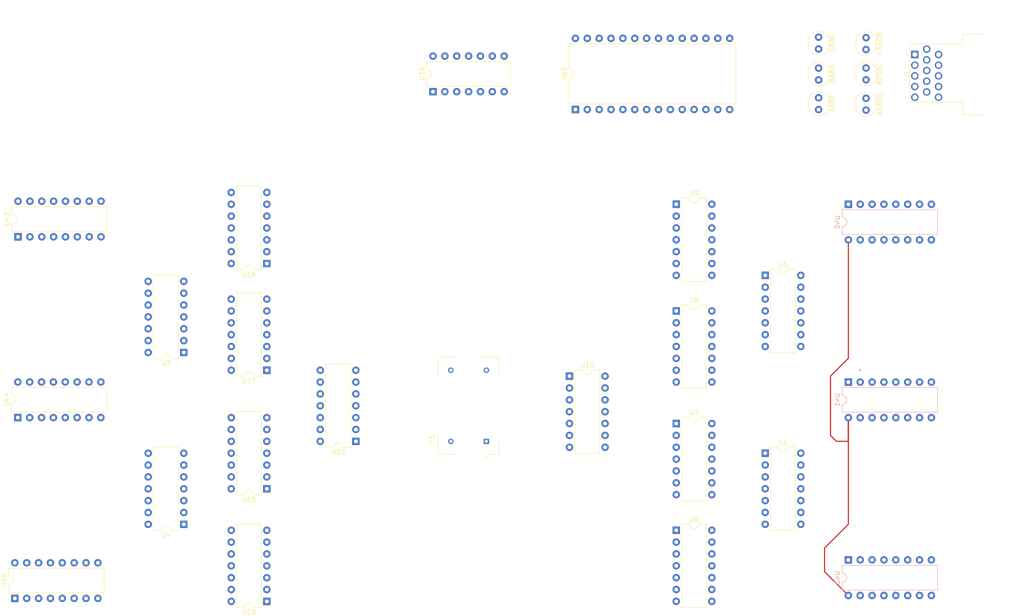
<source format=kicad_pcb>
(kicad_pcb (version 20211014) (generator pcbnew)
  (layers (0 "F.Cu" signal) (31 "B.Cu" signal) (34 "B.Paste" user) (35 "F.Paste" user) (36 "B.SilkS" user "B.Silkscreen") (37 "F.SilkS" user "F.Silkscreen") (38 "B.Mask" user) (39 "F.Mask" user) (44 "Edge.Cuts" user))
  (net 0 "")
  (net 1 "Net-(A680-Pad1)")
  (net 2 "Net-(A1500-Pad2)")
  (net 3 "Net-(A1500-Pad1)")
  (net 4 "Net-(B680-Pad1)")
  (net 5 "Net-(B1500-Pad2)")
  (net 6 "Net-(B1500-Pad1)")
  (net 7 "Net-(C680-Pad1)")
  (net 8 "Net-(C1500-Pad2)")
  (net 9 "Net-(C1500-Pad1)")
  (net 11 "GND")
  (net 15 "/HSYNC")
  (net 16 "/VSYNC")
  (net 18 "/Q0")
  (net 19 "Net-(U1-Pad2)")
  (net 20 "/Q1")
  (net 21 "Net-(U1-Pad4)")
  (net 22 "/Q2")
  (net 23 "Net-(U1-Pad6)")
  (net 24 "Net-(U1-Pad8)")
  (net 25 "/Q5")
  (net 26 "Net-(U1-Pad10)")
  (net 27 "/Q4")
  (net 28 "Net-(U1-Pad12)")
  (net 29 "/Q3")
  (net 30 "Net-(U16-Pad4)")
  (net 31 "Net-(U16-Pad3)")
  (net 32 "Net-(U16-Pad2)")
  (net 34 "Net-(U19-Pad5)")
  (net 36 "/Q8")
  (net 37 "Net-(U5-Pad10)")
  (net 38 "/Q7")
  (net 39 "Net-(U5-Pad12)")
  (net 40 "/Q6")
  (net 41 "Net-(U10-Pad5)")
  (net 42 "Net-(U10-Pad9)")
  (net 43 "Net-(U10-Pad13)")
  (net 44 "/264")
  (net 45 "Net-(U10-Pad2)")
  (net 46 "/HBLANK")
  (net 47 "Net-(U10-Pad12)")
  (net 48 "/Q9")
  (net 49 "Net-(U16-Pad6)")
  (net 50 "Net-(U16-Pad8)")
  (net 51 "Net-(U17-Pad8)")
  (net 52 "Net-(U18-Pad8)")
  (net 53 "Net-(U19-Pad8)")
  (net 56 "Net-(U20-Pad2)")
  (net 57 "/VBLANK")
  (net 58 "Net-(U20-Pad12)")
  (net 59 "Net-(U30-Pad3)")
  (net 64 "+5V")
  (net 65 "Net-(U40-Pad15)")
  (net 70 "Net-(U41-Pad15)")
  (net 83 "Net-(U43-Pad15)")
  (net 88 "Net-(U44-Pad15)")
  (footprint "Package_DIP:DIP-14_W7.62mm" (layer "F.Cu") (at 154.92 146.06 180)
    (fp_text reference "U17" (at 3.81 -2.33) (layer "F.SilkS"))
    (fp_text value "74LS30")
    (pad "1" thru_hole rect (at 0 0 180) (size 1.6 1.6) (drill 0.8) (layers *.Cu *.Mask) (net 48 "/Q9"))
    (pad "2" thru_hole oval (at 0 2.54 180) (size 1.6 1.6) (drill 0.8) (layers *.Cu *.Mask) (net 18 "/Q0"))
    (pad "3" thru_hole oval (at 0 5.08 180) (size 1.6 1.6) (drill 0.8) (layers *.Cu *.Mask) (net 31 "Net-(U16-Pad3)"))
    (pad "4" thru_hole oval (at 0 7.62 180) (size 1.6 1.6) (drill 0.8) (layers *.Cu *.Mask) (net 30 "Net-(U16-Pad4)"))
    (pad "5" thru_hole oval (at 0 10.16 180) (size 1.6 1.6) (drill 0.8) (layers *.Cu *.Mask) (net 29 "/Q3"))
    (pad "6" thru_hole oval (at 0 12.7 180) (size 1.6 1.6) (drill 0.8) (layers *.Cu *.Mask) (net 49 "Net-(U16-Pad6)"))
    (pad "7" thru_hole oval (at 0 15.24 180) (size 1.6 1.6) (drill 0.8) (layers *.Cu *.Mask))
    (pad "8" thru_hole oval (at 7.62 15.24 180) (size 1.6 1.6) (drill 0.8) (layers *.Cu *.Mask) (net 51 "Net-(U17-Pad8)"))
    (pad "9" thru_hole oval (at 7.62 12.7 180) (size 1.6 1.6) (drill 0.8) (layers *.Cu *.Mask))
    (pad "10" thru_hole oval (at 7.62 10.16 180) (size 1.6 1.6) (drill 0.8) (layers *.Cu *.Mask))
    (pad "11" thru_hole oval (at 7.62 7.62 180) (size 1.6 1.6) (drill 0.8) (layers *.Cu *.Mask) (net 25 "/Q5"))
    (pad "12" thru_hole oval (at 7.62 5.08 180) (size 1.6 1.6) (drill 0.8) (layers *.Cu *.Mask) (net 27 "/Q4"))
    (pad "13" thru_hole oval (at 7.62 2.54 180) (size 1.6 1.6) (drill 0.8) (layers *.Cu *.Mask))
    (pad "14" thru_hole oval (at 7.62 0 180) (size 1.6 1.6) (drill 0.8) (layers *.Cu *.Mask))
  )
  (footprint "Package_DIP:DIP-16_W7.62mm" (layer "F.Cu") (at 101.65 117.47 90)
    (fp_text reference "U43" (at 3.81 -2.33 90) (layer "F.SilkS"))
    (fp_text value "74LS161")
    (pad "1" thru_hole rect (at 0 0 90) (size 1.6 1.6) (drill 0.8) (layers *.Cu *.Mask) (net 53 "Net-(U19-Pad8)"))
    (pad "2" thru_hole oval (at 0 2.54 90) (size 1.6 1.6) (drill 0.8) (layers *.Cu *.Mask) (net 44 "/264"))
    (pad "3" thru_hole oval (at 0 5.08 90) (size 1.6 1.6) (drill 0.8) (layers *.Cu *.Mask))
    (pad "4" thru_hole oval (at 0 7.62 90) (size 1.6 1.6) (drill 0.8) (layers *.Cu *.Mask))
    (pad "5" thru_hole oval (at 0 10.16 90) (size 1.6 1.6) (drill 0.8) (layers *.Cu *.Mask))
    (pad "6" thru_hole oval (at 0 12.7 90) (size 1.6 1.6) (drill 0.8) (layers *.Cu *.Mask))
    (pad "7" thru_hole oval (at 0 15.24 90) (size 1.6 1.6) (drill 0.8) (layers *.Cu *.Mask) (net 64 "+5V"))
    (pad "8" thru_hole oval (at 0 17.78 90) (size 1.6 1.6) (drill 0.8) (layers *.Cu *.Mask) (net 11 "GND"))
    (pad "9" thru_hole oval (at 7.62 17.78 90) (size 1.6 1.6) (drill 0.8) (layers *.Cu *.Mask) (net 64 "+5V"))
    (pad "10" thru_hole oval (at 7.62 15.24 90) (size 1.6 1.6) (drill 0.8) (layers *.Cu *.Mask) (net 64 "+5V"))
    (pad "11" thru_hole oval (at 7.62 12.7 90) (size 1.6 1.6) (drill 0.8) (layers *.Cu *.Mask) (net 29 "/Q3"))
    (pad "12" thru_hole oval (at 7.62 10.16 90) (size 1.6 1.6) (drill 0.8) (layers *.Cu *.Mask) (net 22 "/Q2"))
    (pad "13" thru_hole oval (at 7.62 7.62 90) (size 1.6 1.6) (drill 0.8) (layers *.Cu *.Mask) (net 20 "/Q1"))
    (pad "14" thru_hole oval (at 7.62 5.08 90) (size 1.6 1.6) (drill 0.8) (layers *.Cu *.Mask) (net 18 "/Q0"))
    (pad "15" thru_hole oval (at 7.62 2.54 90) (size 1.6 1.6) (drill 0.8) (layers *.Cu *.Mask) (net 83 "Net-(U43-Pad15)"))
    (pad "16" thru_hole oval (at 7.62 0 90) (size 1.6 1.6) (drill 0.8) (layers *.Cu *.Mask) (net 64 "+5V"))
  )
  (footprint "Package_DIP:DIP-14_W7.62mm" (layer "F.Cu") (at 137.14 142.25 180)
    (fp_text reference "U3" (at 3.81 -2.33) (layer "F.SilkS"))
    (fp_text value "74LS04")
    (pad "1" thru_hole rect (at 0 0 180) (size 1.6 1.6) (drill 0.8) (layers *.Cu *.Mask))
    (pad "2" thru_hole oval (at 0 2.54 180) (size 1.6 1.6) (drill 0.8) (layers *.Cu *.Mask))
    (pad "3" thru_hole oval (at 0 5.08 180) (size 1.6 1.6) (drill 0.8) (layers *.Cu *.Mask))
    (pad "4" thru_hole oval (at 0 7.62 180) (size 1.6 1.6) (drill 0.8) (layers *.Cu *.Mask))
    (pad "5" thru_hole oval (at 0 10.16 180) (size 1.6 1.6) (drill 0.8) (layers *.Cu *.Mask))
    (pad "6" thru_hole oval (at 0 12.7 180) (size 1.6 1.6) (drill 0.8) (layers *.Cu *.Mask))
    (pad "7" thru_hole oval (at 0 15.24 180) (size 1.6 1.6) (drill 0.8) (layers *.Cu *.Mask))
    (pad "8" thru_hole oval (at 7.62 15.24 180) (size 1.6 1.6) (drill 0.8) (layers *.Cu *.Mask) (net 30 "Net-(U16-Pad4)"))
    (pad "9" thru_hole oval (at 7.62 12.7 180) (size 1.6 1.6) (drill 0.8) (layers *.Cu *.Mask) (net 22 "/Q2"))
    (pad "10" thru_hole oval (at 7.62 10.16 180) (size 1.6 1.6) (drill 0.8) (layers *.Cu *.Mask) (net 31 "Net-(U16-Pad3)"))
    (pad "11" thru_hole oval (at 7.62 7.62 180) (size 1.6 1.6) (drill 0.8) (layers *.Cu *.Mask) (net 20 "/Q1"))
    (pad "12" thru_hole oval (at 7.62 5.08 180) (size 1.6 1.6) (drill 0.8) (layers *.Cu *.Mask) (net 32 "Net-(U16-Pad2)"))
    (pad "13" thru_hole oval (at 7.62 2.54 180) (size 1.6 1.6) (drill 0.8) (layers *.Cu *.Mask) (net 18 "/Q0"))
    (pad "14" thru_hole oval (at 7.62 0 180) (size 1.6 1.6) (drill 0.8) (layers *.Cu *.Mask))
  )
  (footprint "Package_DIP:DIP-14_W7.62mm" (layer "F.Cu") (at 242.57 180.34)
    (fp_text reference "U6" (at 3.81 -2.33) (layer "F.SilkS"))
    (fp_text value "74LS30")
    (pad "1" thru_hole rect (at 0 0) (size 1.6 1.6) (drill 0.8) (layers *.Cu *.Mask) (net 23 "Net-(U1-Pad6)"))
    (pad "2" thru_hole oval (at 0 2.54) (size 1.6 1.6) (drill 0.8) (layers *.Cu *.Mask) (net 29 "/Q3"))
    (pad "3" thru_hole oval (at 0 5.08) (size 1.6 1.6) (drill 0.8) (layers *.Cu *.Mask) (net 26 "Net-(U1-Pad10)"))
    (pad "4" thru_hole oval (at 0 7.62) (size 1.6 1.6) (drill 0.8) (layers *.Cu *.Mask) (net 24 "Net-(U1-Pad8)"))
    (pad "5" thru_hole oval (at 0 10.16) (size 1.6 1.6) (drill 0.8) (layers *.Cu *.Mask) (net 40 "/Q6"))
    (pad "6" thru_hole oval (at 0 12.7) (size 1.6 1.6) (drill 0.8) (layers *.Cu *.Mask) (net 38 "/Q7"))
    (pad "7" thru_hole oval (at 0 15.24) (size 1.6 1.6) (drill 0.8) (layers *.Cu *.Mask))
    (pad "8" thru_hole oval (at 7.62 15.24) (size 1.6 1.6) (drill 0.8) (layers *.Cu *.Mask) (net 41 "Net-(U10-Pad5)"))
    (pad "9" thru_hole oval (at 7.62 12.7) (size 1.6 1.6) (drill 0.8) (layers *.Cu *.Mask))
    (pad "10" thru_hole oval (at 7.62 10.16) (size 1.6 1.6) (drill 0.8) (layers *.Cu *.Mask))
    (pad "11" thru_hole oval (at 7.62 7.62) (size 1.6 1.6) (drill 0.8) (layers *.Cu *.Mask) (net 21 "Net-(U1-Pad4)"))
    (pad "12" thru_hole oval (at 7.62 5.08) (size 1.6 1.6) (drill 0.8) (layers *.Cu *.Mask) (net 19 "Net-(U1-Pad2)"))
    (pad "13" thru_hole oval (at 7.62 2.54) (size 1.6 1.6) (drill 0.8) (layers *.Cu *.Mask))
    (pad "14" thru_hole oval (at 7.62 0) (size 1.6 1.6) (drill 0.8) (layers *.Cu *.Mask))
  )
  (footprint "Package_DIP:DIP-14_W7.62mm" (layer "F.Cu") (at 242.57 110.49)
    (fp_text reference "U9" (at 3.81 -2.33) (layer "F.SilkS"))
    (fp_text value "74LS30")
    (pad "1" thru_hole rect (at 0 0) (size 1.6 1.6) (drill 0.8) (layers *.Cu *.Mask) (net 29 "/Q3"))
    (pad "2" thru_hole oval (at 0 2.54) (size 1.6 1.6) (drill 0.8) (layers *.Cu *.Mask) (net 26 "Net-(U1-Pad10)"))
    (pad "3" thru_hole oval (at 0 5.08) (size 1.6 1.6) (drill 0.8) (layers *.Cu *.Mask) (net 24 "Net-(U1-Pad8)"))
    (pad "4" thru_hole oval (at 0 7.62) (size 1.6 1.6) (drill 0.8) (layers *.Cu *.Mask) (net 39 "Net-(U5-Pad12)"))
    (pad "5" thru_hole oval (at 0 10.16) (size 1.6 1.6) (drill 0.8) (layers *.Cu *.Mask) (net 37 "Net-(U5-Pad10)"))
    (pad "6" thru_hole oval (at 0 12.7) (size 1.6 1.6) (drill 0.8) (layers *.Cu *.Mask) (net 36 "/Q8"))
    (pad "7" thru_hole oval (at 0 15.24) (size 1.6 1.6) (drill 0.8) (layers *.Cu *.Mask))
    (pad "8" thru_hole oval (at 7.62 15.24) (size 1.6 1.6) (drill 0.8) (layers *.Cu *.Mask) (net 44 "/264"))
    (pad "9" thru_hole oval (at 7.62 12.7) (size 1.6 1.6) (drill 0.8) (layers *.Cu *.Mask))
    (pad "10" thru_hole oval (at 7.62 10.16) (size 1.6 1.6) (drill 0.8) (layers *.Cu *.Mask))
    (pad "11" thru_hole oval (at 7.62 7.62) (size 1.6 1.6) (drill 0.8) (layers *.Cu *.Mask) (net 23 "Net-(U1-Pad6)"))
    (pad "12" thru_hole oval (at 7.62 5.08) (size 1.6 1.6) (drill 0.8) (layers *.Cu *.Mask) (net 21 "Net-(U1-Pad4)"))
    (pad "13" thru_hole oval (at 7.62 2.54) (size 1.6 1.6) (drill 0.8) (layers *.Cu *.Mask))
    (pad "14" thru_hole oval (at 7.62 0) (size 1.6 1.6) (drill 0.8) (layers *.Cu *.Mask))
  )
  (footprint "Package_DIP:DIP-16_W7.62mm" (layer "F.Cu") (at 101.605 156.205 90)
    (fp_text reference "U44" (at 3.81 -2.33 90) (layer "F.SilkS"))
    (fp_text value "74LS161")
    (pad "1" thru_hole rect (at 0 0 90) (size 1.6 1.6) (drill 0.8) (layers *.Cu *.Mask) (net 53 "Net-(U19-Pad8)"))
    (pad "2" thru_hole oval (at 0 2.54 90) (size 1.6 1.6) (drill 0.8) (layers *.Cu *.Mask) (net 44 "/264"))
    (pad "3" thru_hole oval (at 0 5.08 90) (size 1.6 1.6) (drill 0.8) (layers *.Cu *.Mask))
    (pad "4" thru_hole oval (at 0 7.62 90) (size 1.6 1.6) (drill 0.8) (layers *.Cu *.Mask))
    (pad "5" thru_hole oval (at 0 10.16 90) (size 1.6 1.6) (drill 0.8) (layers *.Cu *.Mask))
    (pad "6" thru_hole oval (at 0 12.7 90) (size 1.6 1.6) (drill 0.8) (layers *.Cu *.Mask))
    (pad "7" thru_hole oval (at 0 15.24 90) (size 1.6 1.6) (drill 0.8) (layers *.Cu *.Mask) (net 64 "+5V"))
    (pad "8" thru_hole oval (at 0 17.78 90) (size 1.6 1.6) (drill 0.8) (layers *.Cu *.Mask) (net 11 "GND"))
    (pad "9" thru_hole oval (at 7.62 17.78 90) (size 1.6 1.6) (drill 0.8) (layers *.Cu *.Mask) (net 64 "+5V"))
    (pad "10" thru_hole oval (at 7.62 15.24 90) (size 1.6 1.6) (drill 0.8) (layers *.Cu *.Mask) (net 83 "Net-(U43-Pad15)"))
    (pad "11" thru_hole oval (at 7.62 12.7 90) (size 1.6 1.6) (drill 0.8) (layers *.Cu *.Mask) (net 38 "/Q7"))
    (pad "12" thru_hole oval (at 7.62 10.16 90) (size 1.6 1.6) (drill 0.8) (layers *.Cu *.Mask) (net 40 "/Q6"))
    (pad "13" thru_hole oval (at 7.62 7.62 90) (size 1.6 1.6) (drill 0.8) (layers *.Cu *.Mask) (net 25 "/Q5"))
    (pad "14" thru_hole oval (at 7.62 5.08 90) (size 1.6 1.6) (drill 0.8) (layers *.Cu *.Mask) (net 27 "/Q4"))
    (pad "15" thru_hole oval (at 7.62 2.54 90) (size 1.6 1.6) (drill 0.8) (layers *.Cu *.Mask) (net 88 "Net-(U44-Pad15)"))
    (pad "16" thru_hole oval (at 7.62 0 90) (size 1.6 1.6) (drill 0.8) (layers *.Cu *.Mask) (net 64 "+5V"))
  )
  (footprint "Package_DIP:DIP-14_W7.62mm" (layer "F.Cu") (at 154.92 171.46 180)
    (fp_text reference "U18" (at 3.81 -2.33) (layer "F.SilkS"))
    (fp_text value "74LS30")
    (pad "1" thru_hole rect (at 0 0 180) (size 1.6 1.6) (drill 0.8) (layers *.Cu *.Mask) (net 48 "/Q9"))
    (pad "2" thru_hole oval (at 0 2.54 180) (size 1.6 1.6) (drill 0.8) (layers *.Cu *.Mask) (net 18 "/Q0"))
    (pad "3" thru_hole oval (at 0 5.08 180) (size 1.6 1.6) (drill 0.8) (layers *.Cu *.Mask) (net 31 "Net-(U16-Pad3)"))
    (pad "4" thru_hole oval (at 0 7.62 180) (size 1.6 1.6) (drill 0.8) (layers *.Cu *.Mask) (net 22 "/Q2"))
    (pad "5" thru_hole oval (at 0 10.16 180) (size 1.6 1.6) (drill 0.8) (layers *.Cu *.Mask) (net 29 "/Q3"))
    (pad "6" thru_hole oval (at 0 12.7 180) (size 1.6 1.6) (drill 0.8) (layers *.Cu *.Mask) (net 49 "Net-(U16-Pad6)"))
    (pad "7" thru_hole oval (at 0 15.24 180) (size 1.6 1.6) (drill 0.8) (layers *.Cu *.Mask))
    (pad "8" thru_hole oval (at 7.62 15.24 180) (size 1.6 1.6) (drill 0.8) (layers *.Cu *.Mask) (net 52 "Net-(U18-Pad8)"))
    (pad "9" thru_hole oval (at 7.62 12.7 180) (size 1.6 1.6) (drill 0.8) (layers *.Cu *.Mask))
    (pad "10" thru_hole oval (at 7.62 10.16 180) (size 1.6 1.6) (drill 0.8) (layers *.Cu *.Mask))
    (pad "11" thru_hole oval (at 7.62 7.62 180) (size 1.6 1.6) (drill 0.8) (layers *.Cu *.Mask) (net 40 "/Q6"))
    (pad "12" thru_hole oval (at 7.62 5.08 180) (size 1.6 1.6) (drill 0.8) (layers *.Cu *.Mask) (net 27 "/Q4"))
    (pad "13" thru_hole oval (at 7.62 2.54 180) (size 1.6 1.6) (drill 0.8) (layers *.Cu *.Mask))
    (pad "14" thru_hole oval (at 7.62 0 180) (size 1.6 1.6) (drill 0.8) (layers *.Cu *.Mask))
  )
  (footprint "OptoDevice:R_LDR_4.9x4.2mm_P2.54mm_Vertical" (layer "F.Cu") (at 273.045 81.32288 -90)
    (fp_text reference "B680" (at 1.27 -2.9 -270) (layer "F.SilkS"))
    (fp_text value "R3")
    (pad "1" thru_hole circle (at 0 0 270) (size 1.6 1.6) (drill 0.8) (layers *.Cu *.Mask) (net 4 "Net-(B680-Pad1)"))
    (pad "2" thru_hole circle (at 2.54 0 270) (size 1.6 1.6) (drill 0.8) (layers *.Cu *.Mask) (net 5 "Net-(B1500-Pad2)"))
  )
  (footprint "OptoDevice:R_LDR_4.9x4.2mm_P2.54mm_Vertical" (layer "F.Cu") (at 283.205 87.785 -90)
    (fp_text reference "A1500" (at 1.27 -2.9 -270) (layer "F.SilkS"))
    (fp_text value "R2")
    (pad "1" thru_hole circle (at 0 0 270) (size 1.6 1.6) (drill 0.8) (layers *.Cu *.Mask) (net 3 "Net-(A1500-Pad1)"))
    (pad "2" thru_hole circle (at 2.54 0 270) (size 1.6 1.6) (drill 0.8) (layers *.Cu *.Mask) (net 2 "Net-(A1500-Pad2)"))
  )
  (footprint "kicad:OSC_ECS-100AX-073" (layer "F.Cu") (at 198.11 153.675 90)
    (fp_text reference "Y1" (at -7.131725 -7.972255 90) (layer "F.SilkS") (effects (font (size 1.12311 1.12311))))
    (fp_text value "ECS-100AX")
    (pad "1" thru_hole rect locked (at -7.62 3.81 90) (size 1.158 1.158) (drill 0.65) (layers *.Cu *.Mask))
    (pad "7" thru_hole circle locked (at 7.62 3.81 90) (size 1.158 1.158) (drill 0.65) (layers *.Cu *.Mask) (net 11 "GND"))
    (pad "8" thru_hole circle locked (at 7.62 -3.81 90) (size 1.158 1.158) (drill 0.65) (layers *.Cu *.Mask) (net 44 "/264"))
    (pad "14" thru_hole circle locked (at -7.62 -3.81 90) (size 1.158 1.158) (drill 0.65) (layers *.Cu *.Mask) (net 64 "+5V"))
  )
  (footprint "Package_DIP:DIP-14_W7.62mm" (layer "F.Cu") (at 154.92 195.59 180)
    (fp_text reference "U19" (at 3.81 -2.33) (layer "F.SilkS"))
    (fp_text value "74LS30")
    (pad "1" thru_hole rect (at 0 0 180) (size 1.6 1.6) (drill 0.8) (layers *.Cu *.Mask) (net 48 "/Q9"))
    (pad "2" thru_hole oval (at 0 2.54 180) (size 1.6 1.6) (drill 0.8) (layers *.Cu *.Mask) (net 32 "Net-(U16-Pad2)"))
    (pad "3" thru_hole oval (at 0 5.08 180) (size 1.6 1.6) (drill 0.8) (layers *.Cu *.Mask) (net 31 "Net-(U16-Pad3)"))
    (pad "4" thru_hole oval (at 0 7.62 180) (size 1.6 1.6) (drill 0.8) (layers *.Cu *.Mask) (net 22 "/Q2"))
    (pad "5" thru_hole oval (at 0 10.16 180) (size 1.6 1.6) (drill 0.8) (layers *.Cu *.Mask) (net 34 "Net-(U19-Pad5)"))
    (pad "6" thru_hole oval (at 0 12.7 180) (size 1.6 1.6) (drill 0.8) (layers *.Cu *.Mask) (net 25 "/Q5"))
    (pad "7" thru_hole oval (at 0 15.24 180) (size 1.6 1.6) (drill 0.8) (layers *.Cu *.Mask))
    (pad "8" thru_hole oval (at 7.62 15.24 180) (size 1.6 1.6) (drill 0.8) (layers *.Cu *.Mask) (net 53 "Net-(U19-Pad8)"))
    (pad "9" thru_hole oval (at 7.62 12.7 180) (size 1.6 1.6) (drill 0.8) (layers *.Cu *.Mask))
    (pad "10" thru_hole oval (at 7.62 10.16 180) (size 1.6 1.6) (drill 0.8) (layers *.Cu *.Mask))
    (pad "11" thru_hole oval (at 7.62 7.62 180) (size 1.6 1.6) (drill 0.8) (layers *.Cu *.Mask))
    (pad "12" thru_hole oval (at 7.62 5.08 180) (size 1.6 1.6) (drill 0.8) (layers *.Cu *.Mask))
    (pad "13" thru_hole oval (at 7.62 2.54 180) (size 1.6 1.6) (drill 0.8) (layers *.Cu *.Mask))
    (pad "14" thru_hole oval (at 7.62 0 180) (size 1.6 1.6) (drill 0.8) (layers *.Cu *.Mask))
  )
  (footprint "Package_DIP:DIP-16_W7.62mm" (layer "F.Cu") (at 100.97 194.94 90)
    (fp_text reference "U45" (at 3.81 -2.33 90) (layer "F.SilkS"))
    (fp_text value "74LS161")
    (pad "1" thru_hole rect (at 0 0 90) (size 1.6 1.6) (drill 0.8) (layers *.Cu *.Mask) (net 53 "Net-(U19-Pad8)"))
    (pad "2" thru_hole oval (at 0 2.54 90) (size 1.6 1.6) (drill 0.8) (layers *.Cu *.Mask) (net 44 "/264"))
    (pad "3" thru_hole oval (at 0 5.08 90) (size 1.6 1.6) (drill 0.8) (layers *.Cu *.Mask))
    (pad "4" thru_hole oval (at 0 7.62 90) (size 1.6 1.6) (drill 0.8) (layers *.Cu *.Mask))
    (pad "5" thru_hole oval (at 0 10.16 90) (size 1.6 1.6) (drill 0.8) (layers *.Cu *.Mask))
    (pad "6" thru_hole oval (at 0 12.7 90) (size 1.6 1.6) (drill 0.8) (layers *.Cu *.Mask))
    (pad "7" thru_hole oval (at 0 15.24 90) (size 1.6 1.6) (drill 0.8) (layers *.Cu *.Mask) (net 64 "+5V"))
    (pad "8" thru_hole oval (at 0 17.78 90) (size 1.6 1.6) (drill 0.8) (layers *.Cu *.Mask) (net 11 "GND"))
    (pad "9" thru_hole oval (at 7.62 17.78 90) (size 1.6 1.6) (drill 0.8) (layers *.Cu *.Mask) (net 64 "+5V"))
    (pad "10" thru_hole oval (at 7.62 15.24 90) (size 1.6 1.6) (drill 0.8) (layers *.Cu *.Mask) (net 88 "Net-(U44-Pad15)"))
    (pad "11" thru_hole oval (at 7.62 12.7 90) (size 1.6 1.6) (drill 0.8) (layers *.Cu *.Mask))
    (pad "12" thru_hole oval (at 7.62 10.16 90) (size 1.6 1.6) (drill 0.8) (layers *.Cu *.Mask))
    (pad "13" thru_hole oval (at 7.62 7.62 90) (size 1.6 1.6) (drill 0.8) (layers *.Cu *.Mask) (net 48 "/Q9"))
    (pad "14" thru_hole oval (at 7.62 5.08 90) (size 1.6 1.6) (drill 0.8) (layers *.Cu *.Mask) (net 36 "/Q8"))
    (pad "15" thru_hole oval (at 7.62 2.54 90) (size 1.6 1.6) (drill 0.8) (layers *.Cu *.Mask))
    (pad "16" thru_hole oval (at 7.62 0 90) (size 1.6 1.6) (drill 0.8) (layers *.Cu *.Mask) (net 64 "+5V"))
  )
  (footprint "Package_DIP:DIP-14_W7.62mm" (layer "F.Cu") (at 154.92 123.2 180)
    (fp_text reference "U16" (at 3.81 -2.33) (layer "F.SilkS"))
    (fp_text value "74LS30")
    (pad "1" thru_hole rect (at 0 0 180) (size 1.6 1.6) (drill 0.8) (layers *.Cu *.Mask) (net 48 "/Q9"))
    (pad "2" thru_hole oval (at 0 2.54 180) (size 1.6 1.6) (drill 0.8) (layers *.Cu *.Mask) (net 32 "Net-(U16-Pad2)"))
    (pad "3" thru_hole oval (at 0 5.08 180) (size 1.6 1.6) (drill 0.8) (layers *.Cu *.Mask) (net 31 "Net-(U16-Pad3)"))
    (pad "4" thru_hole oval (at 0 7.62 180) (size 1.6 1.6) (drill 0.8) (layers *.Cu *.Mask) (net 30 "Net-(U16-Pad4)"))
    (pad "5" thru_hole oval (at 0 10.16 180) (size 1.6 1.6) (drill 0.8) (layers *.Cu *.Mask) (net 29 "/Q3"))
    (pad "6" thru_hole oval (at 0 12.7 180) (size 1.6 1.6) (drill 0.8) (layers *.Cu *.Mask) (net 49 "Net-(U16-Pad6)"))
    (pad "7" thru_hole oval (at 0 15.24 180) (size 1.6 1.6) (drill 0.8) (layers *.Cu *.Mask))
    (pad "8" thru_hole oval (at 7.62 15.24 180) (size 1.6 1.6) (drill 0.8) (layers *.Cu *.Mask) (net 50 "Net-(U16-Pad8)"))
    (pad "9" thru_hole oval (at 7.62 12.7 180) (size 1.6 1.6) (drill 0.8) (layers *.Cu *.Mask))
    (pad "10" thru_hole oval (at 7.62 10.16 180) (size 1.6 1.6) (drill 0.8) (layers *.Cu *.Mask))
    (pad "11" thru_hole oval (at 7.62 7.62 180) (size 1.6 1.6) (drill 0.8) (layers *.Cu *.Mask) (net 40 "/Q6"))
    (pad "12" thru_hole oval (at 7.62 5.08 180) (size 1.6 1.6) (drill 0.8) (layers *.Cu *.Mask) (net 27 "/Q4"))
    (pad "13" thru_hole oval (at 7.62 2.54 180) (size 1.6 1.6) (drill 0.8) (layers *.Cu *.Mask))
    (pad "14" thru_hole oval (at 7.62 0 180) (size 1.6 1.6) (drill 0.8) (layers *.Cu *.Mask))
  )
  (footprint "OptoDevice:R_LDR_4.9x4.2mm_P2.54mm_Vertical" (layer "F.Cu") (at 283.205 74.805 -90)
    (fp_text reference "C1500" (at 1.27 -2.9 -270) (layer "F.SilkS"))
    (fp_text value "R6")
    (pad "1" thru_hole circle (at 0 0 270) (size 1.6 1.6) (drill 0.8) (layers *.Cu *.Mask) (net 9 "Net-(C1500-Pad1)"))
    (pad "2" thru_hole circle (at 2.54 0 270) (size 1.6 1.6) (drill 0.8) (layers *.Cu *.Mask) (net 8 "Net-(C1500-Pad2)"))
  )
  (footprint "Connector_Dsub:DSUB-15-HD_Female_Horizontal_P2.29x2.54mm_EdgePinOffset9.40mm" (layer "F.Cu") (at 293.644669 78.405 90)
    (fp_text reference "J1" (at -4.315 -1.8 90) (layer "F.SilkS"))
    (fp_text value "Female_VGA")
    (pad "1" thru_hole rect (at 0 0 90) (size 1.6 1.6) (drill 1) (layers *.Cu *.Mask) (net 2 "Net-(A1500-Pad2)"))
    (pad "2" thru_hole circle (at -2.29 0 90) (size 1.6 1.6) (drill 1) (layers *.Cu *.Mask) (net 5 "Net-(B1500-Pad2)"))
    (pad "3" thru_hole circle (at -4.58 0 90) (size 1.6 1.6) (drill 1) (layers *.Cu *.Mask) (net 8 "Net-(C1500-Pad2)"))
    (pad "4" thru_hole circle (at -6.87 0 90) (size 1.6 1.6) (drill 1) (layers *.Cu *.Mask))
    (pad "5" thru_hole circle (at -9.16 0 90) (size 1.6 1.6) (drill 1) (layers *.Cu *.Mask) (net 11 "GND"))
    (pad "6" thru_hole circle (at 1.145 2.54 90) (size 1.6 1.6) (drill 1) (layers *.Cu *.Mask) (net 11 "GND"))
    (pad "7" thru_hole circle (at -1.145 2.54 90) (size 1.6 1.6) (drill 1) (layers *.Cu *.Mask) (net 11 "GND"))
    (pad "8" thru_hole circle (at -3.435 2.54 90) (size 1.6 1.6) (drill 1) (layers *.Cu *.Mask) (net 11 "GND"))
    (pad "9" thru_hole circle (at -5.725 2.54 90) (size 1.6 1.6) (drill 1) (layers *.Cu *.Mask))
    (pad "10" thru_hole circle (at -8.015 2.54 90) (size 1.6 1.6) (drill 1) (layers *.Cu *.Mask) (net 11 "GND"))
    (pad "11" thru_hole circle (at 0 5.08 90) (size 1.6 1.6) (drill 1) (layers *.Cu *.Mask))
    (pad "12" thru_hole circle (at -2.29 5.08 90) (size 1.6 1.6) (drill 1) (layers *.Cu *.Mask))
    (pad "13" thru_hole circle (at -4.58 5.08 90) (size 1.6 1.6) (drill 1) (layers *.Cu *.Mask) (net 15 "/HSYNC"))
    (pad "14" thru_hole circle (at -6.87 5.08 90) (size 1.6 1.6) (drill 1) (layers *.Cu *.Mask) (net 16 "/VSYNC"))
    (pad "15" thru_hole circle (at -9.16 5.08 90) (size 1.6 1.6) (drill 1) (layers *.Cu *.Mask))
  )
  (footprint "Package_DIP:DIP-14_W7.62mm" (layer "F.Cu") (at 242.57 133.35)
    (fp_text reference "U8" (at 3.81 -2.33) (layer "F.SilkS"))
    (fp_text value "74LS30")
    (pad "1" thru_hole rect (at 0 0) (size 1.6 1.6) (drill 0.8) (layers *.Cu *.Mask) (net 23 "Net-(U1-Pad6)"))
    (pad "2" thru_hole oval (at 0 2.54) (size 1.6 1.6) (drill 0.8) (layers *.Cu *.Mask) (net 28 "Net-(U1-Pad12)"))
    (pad "3" thru_hole oval (at 0 5.08) (size 1.6 1.6) (drill 0.8) (layers *.Cu *.Mask) (net 27 "/Q4"))
    (pad "4" thru_hole oval (at 0 7.62) (size 1.6 1.6) (drill 0.8) (layers *.Cu *.Mask) (net 25 "/Q5"))
    (pad "5" thru_hole oval (at 0 10.16) (size 1.6 1.6) (drill 0.8) (layers *.Cu *.Mask) (net 40 "/Q6"))
    (pad "6" thru_hole oval (at 0 12.7) (size 1.6 1.6) (drill 0.8) (layers *.Cu *.Mask) (net 38 "/Q7"))
    (pad "7" thru_hole oval (at 0 15.24) (size 1.6 1.6) (drill 0.8) (layers *.Cu *.Mask))
    (pad "8" thru_hole oval (at 7.62 15.24) (size 1.6 1.6) (drill 0.8) (layers *.Cu *.Mask) (net 43 "Net-(U10-Pad13)"))
    (pad "9" thru_hole oval (at 7.62 12.7) (size 1.6 1.6) (drill 0.8) (layers *.Cu *.Mask))
    (pad "10" thru_hole oval (at 7.62 10.16) (size 1.6 1.6) (drill 0.8) (layers *.Cu *.Mask))
    (pad "11" thru_hole oval (at 7.62 7.62) (size 1.6 1.6) (drill 0.8) (layers *.Cu *.Mask) (net 20 "/Q1"))
    (pad "12" thru_hole oval (at 7.62 5.08) (size 1.6 1.6) (drill 0.8) (layers *.Cu *.Mask) (net 19 "Net-(U1-Pad2)"))
    (pad "13" thru_hole oval (at 7.62 2.54) (size 1.6 1.6) (drill 0.8) (layers *.Cu *.Mask))
    (pad "14" thru_hole oval (at 7.62 0) (size 1.6 1.6) (drill 0.8) (layers *.Cu *.Mask))
  )
  (footprint "Package_DIP:DIP-14_W7.62mm" (layer "F.Cu") (at 137.14 179.08 180)
    (fp_text reference "U4" (at 3.81 -2.33) (layer "F.SilkS"))
    (fp_text value "74LS04")
    (pad "1" thru_hole rect (at 0 0 180) (size 1.6 1.6) (drill 0.8) (layers *.Cu *.Mask))
    (pad "2" thru_hole oval (at 0 2.54 180) (size 1.6 1.6) (drill 0.8) (layers *.Cu *.Mask))
    (pad "3" thru_hole oval (at 0 5.08 180) (size 1.6 1.6) (drill 0.8) (layers *.Cu *.Mask))
    (pad "4" thru_hole oval (at 0 7.62 180) (size 1.6 1.6) (drill 0.8) (layers *.Cu *.Mask))
    (pad "5" thru_hole oval (at 0 10.16 180) (size 1.6 1.6) (drill 0.8) (layers *.Cu *.Mask))
    (pad "6" thru_hole oval (at 0 12.7 180) (size 1.6 1.6) (drill 0.8) (layers *.Cu *.Mask))
    (pad "7" thru_hole oval (at 0 15.24 180) (size 1.6 1.6) (drill 0.8) (layers *.Cu *.Mask))
    (pad "8" thru_hole oval (at 7.62 15.24 180) (size 1.6 1.6) (drill 0.8) (layers *.Cu *.Mask))
    (pad "9" thru_hole oval (at 7.62 12.7 180) (size 1.6 1.6) (drill 0.8) (layers *.Cu *.Mask))
    (pad "10" thru_hole oval (at 7.62 10.16 180) (size 1.6 1.6) (drill 0.8) (layers *.Cu *.Mask))
    (pad "11" thru_hole oval (at 7.62 7.62 180) (size 1.6 1.6) (drill 0.8) (layers *.Cu *.Mask) (net 25 "/Q5"))
    (pad "12" thru_hole oval (at 7.62 5.08 180) (size 1.6 1.6) (drill 0.8) (layers *.Cu *.Mask) (net 34 "Net-(U19-Pad5)"))
    (pad "13" thru_hole oval (at 7.62 2.54 180) (size 1.6 1.6) (drill 0.8) (layers *.Cu *.Mask) (net 29 "/Q3"))
    (pad "14" thru_hole oval (at 7.62 0 180) (size 1.6 1.6) (drill 0.8) (layers *.Cu *.Mask))
  )
  (footprint "Package_DIP:DIP-14_W7.62mm" (layer "F.Cu") (at 219.71 147.32)
    (fp_text reference "U10" (at 3.81 -2.33) (layer "F.SilkS"))
    (fp_text value "74LS00")
    (pad "1" thru_hole rect (at 0 0) (size 1.6 1.6) (drill 0.8) (layers *.Cu *.Mask) (net 44 "/264"))
    (pad "2" thru_hole oval (at 0 2.54) (size 1.6 1.6) (drill 0.8) (layers *.Cu *.Mask) (net 45 "Net-(U10-Pad2)"))
    (pad "3" thru_hole oval (at 0 5.08) (size 1.6 1.6) (drill 0.8) (layers *.Cu *.Mask) (net 46 "/HBLANK"))
    (pad "4" thru_hole oval (at 0 7.62) (size 1.6 1.6) (drill 0.8) (layers *.Cu *.Mask) (net 46 "/HBLANK"))
    (pad "5" thru_hole oval (at 0 10.16) (size 1.6 1.6) (drill 0.8) (layers *.Cu *.Mask) (net 41 "Net-(U10-Pad5)"))
    (pad "6" thru_hole oval (at 0 12.7) (size 1.6 1.6) (drill 0.8) (layers *.Cu *.Mask) (net 45 "Net-(U10-Pad2)"))
    (pad "7" thru_hole oval (at 0 15.24) (size 1.6 1.6) (drill 0.8) (layers *.Cu *.Mask))
    (pad "8" thru_hole oval (at 7.62 15.24) (size 1.6 1.6) (drill 0.8) (layers *.Cu *.Mask) (net 47 "Net-(U10-Pad12)"))
    (pad "9" thru_hole oval (at 7.62 12.7) (size 1.6 1.6) (drill 0.8) (layers *.Cu *.Mask) (net 42 "Net-(U10-Pad9)"))
    (pad "10" thru_hole oval (at 7.62 10.16) (size 1.6 1.6) (drill 0.8) (layers *.Cu *.Mask) (net 15 "/HSYNC"))
    (pad "11" thru_hole oval (at 7.62 7.62) (size 1.6 1.6) (drill 0.8) (layers *.Cu *.Mask) (net 15 "/HSYNC"))
    (pad "12" thru_hole oval (at 7.62 5.08) (size 1.6 1.6) (drill 0.8) (layers *.Cu *.Mask) (net 47 "Net-(U10-Pad12)"))
    (pad "13" thru_hole oval (at 7.62 2.54) (size 1.6 1.6) (drill 0.8) (layers *.Cu *.Mask) (net 43 "Net-(U10-Pad13)"))
    (pad "14" thru_hole oval (at 7.62 0) (size 1.6 1.6) (drill 0.8) (layers *.Cu *.Mask))
  )
  (footprint "OptoDevice:R_LDR_4.9x4.2mm_P2.54mm_Vertical" (layer "F.Cu") (at 273.045 87.67288 -90)
    (fp_text reference "A680" (at 1.27 -2.9 -270) (layer "F.SilkS"))
    (fp_text value "R1")
    (pad "1" thru_hole circle (at 0 0 270) (size 1.6 1.6) (drill 0.8) (layers *.Cu *.Mask) (net 1 "Net-(A680-Pad1)"))
    (pad "2" thru_hole circle (at 2.54 0 270) (size 1.6 1.6) (drill 0.8) (layers *.Cu *.Mask) (net 2 "Net-(A1500-Pad2)"))
  )
  (footprint "Package_DIP:DIP-14_W7.62mm" (layer "F.Cu") (at 173.98 161.295 180)
    (fp_text reference "U20" (at 3.81 -2.33) (layer "F.SilkS"))
    (fp_text value "74LS00")
    (pad "1" thru_hole rect (at 0 0 180) (size 1.6 1.6) (drill 0.8) (layers *.Cu *.Mask) (net 53 "Net-(U19-Pad8)"))
    (pad "2" thru_hole oval (at 0 2.54 180) (size 1.6 1.6) (drill 0.8) (layers *.Cu *.Mask) (net 56 "Net-(U20-Pad2)"))
    (pad "3" thru_hole oval (at 0 5.08 180) (size 1.6 1.6) (drill 0.8) (layers *.Cu *.Mask) (net 57 "/VBLANK"))
    (pad "4" thru_hole oval (at 0 7.62 180) (size 1.6 1.6) (drill 0.8) (layers *.Cu *.Mask) (net 57 "/VBLANK"))
    (pad "5" thru_hole oval (at 0 10.16 180) (size 1.6 1.6) (drill 0.8) (layers *.Cu *.Mask) (net 50 "Net-(U16-Pad8)"))
    (pad "6" thru_hole oval (at 0 12.7 180) (size 1.6 1.6) (drill 0.8) (layers *.Cu *.Mask) (net 56 "Net-(U20-Pad2)"))
    (pad "7" thru_hole oval (at 0 15.24 180) (size 1.6 1.6) (drill 0.8) (layers *.Cu *.Mask))
    (pad "8" thru_hole oval (at 7.62 15.24 180) (size 1.6 1.6) (drill 0.8) (layers *.Cu *.Mask) (net 58 "Net-(U20-Pad12)"))
    (pad "9" thru_hole oval (at 7.62 12.7 180) (size 1.6 1.6) (drill 0.8) (layers *.Cu *.Mask) (net 51 "Net-(U17-Pad8)"))
    (pad "10" thru_hole oval (at 7.62 10.16 180) (size 1.6 1.6) (drill 0.8) (layers *.Cu *.Mask) (net 16 "/VSYNC"))
    (pad "11" thru_hole oval (at 7.62 7.62 180) (size 1.6 1.6) (drill 0.8) (layers *.Cu *.Mask) (net 16 "/VSYNC"))
    (pad "12" thru_hole oval (at 7.62 5.08 180) (size 1.6 1.6) (drill 0.8) (layers *.Cu *.Mask) (net 58 "Net-(U20-Pad12)"))
    (pad "13" thru_hole oval (at 7.62 2.54 180) (size 1.6 1.6) (drill 0.8) (layers *.Cu *.Mask) (net 52 "Net-(U18-Pad8)"))
    (pad "14" thru_hole oval (at 7.62 0 180) (size 1.6 1.6) (drill 0.8) (layers *.Cu *.Mask))
  )
  (footprint "Package_DIP:DIP-14_W7.62mm" (layer "F.Cu") (at 261.62 163.83)
    (fp_text reference "U1" (at 3.81 -2.33) (layer "F.SilkS"))
    (fp_text value "74LS04")
    (pad "1" thru_hole rect (at 0 0) (size 1.6 1.6) (drill 0.8) (layers *.Cu *.Mask) (net 18 "/Q0"))
    (pad "2" thru_hole oval (at 0 2.54) (size 1.6 1.6) (drill 0.8) (layers *.Cu *.Mask) (net 19 "Net-(U1-Pad2)"))
    (pad "3" thru_hole oval (at 0 5.08) (size 1.6 1.6) (drill 0.8) (layers *.Cu *.Mask) (net 20 "/Q1"))
    (pad "4" thru_hole oval (at 0 7.62) (size 1.6 1.6) (drill 0.8) (layers *.Cu *.Mask) (net 21 "Net-(U1-Pad4)"))
    (pad "5" thru_hole oval (at 0 10.16) (size 1.6 1.6) (drill 0.8) (layers *.Cu *.Mask) (net 22 "/Q2"))
    (pad "6" thru_hole oval (at 0 12.7) (size 1.6 1.6) (drill 0.8) (layers *.Cu *.Mask) (net 23 "Net-(U1-Pad6)"))
    (pad "7" thru_hole oval (at 0 15.24) (size 1.6 1.6) (drill 0.8) (layers *.Cu *.Mask))
    (pad "8" thru_hole oval (at 7.62 15.24) (size 1.6 1.6) (drill 0.8) (layers *.Cu *.Mask) (net 24 "Net-(U1-Pad8)"))
    (pad "9" thru_hole oval (at 7.62 12.7) (size 1.6 1.6) (drill 0.8) (layers *.Cu *.Mask) (net 25 "/Q5"))
    (pad "10" thru_hole oval (at 7.62 10.16) (size 1.6 1.6) (drill 0.8) (layers *.Cu *.Mask) (net 26 "Net-(U1-Pad10)"))
    (pad "11" thru_hole oval (at 7.62 7.62) (size 1.6 1.6) (drill 0.8) (layers *.Cu *.Mask) (net 27 "/Q4"))
    (pad "12" thru_hole oval (at 7.62 5.08) (size 1.6 1.6) (drill 0.8) (layers *.Cu *.Mask) (net 28 "Net-(U1-Pad12)"))
    (pad "13" thru_hole oval (at 7.62 2.54) (size 1.6 1.6) (drill 0.8) (layers *.Cu *.Mask) (net 29 "/Q3"))
    (pad "14" thru_hole oval (at 7.62 0) (size 1.6 1.6) (drill 0.8) (layers *.Cu *.Mask))
  )
  (footprint "Package_DIP:DIP-14_W7.62mm" (layer "F.Cu") (at 190.49 86.365 90)
    (fp_text reference "U30" (at 3.81 -2.33 90) (layer "F.SilkS"))
    (fp_text value "74LS00")
    (pad "1" thru_hole rect (at 0 0 90) (size 1.6 1.6) (drill 0.8) (layers *.Cu *.Mask) (net 46 "/HBLANK"))
    (pad "2" thru_hole oval (at 0 2.54 90) (size 1.6 1.6) (drill 0.8) (layers *.Cu *.Mask) (net 57 "/VBLANK"))
    (pad "3" thru_hole oval (at 0 5.08 90) (size 1.6 1.6) (drill 0.8) (layers *.Cu *.Mask) (net 59 "Net-(U30-Pad3)"))
    (pad "4" thru_hole oval (at 0 7.62 90) (size 1.6 1.6) (drill 0.8) (layers *.Cu *.Mask))
    (pad "5" thru_hole oval (at 0 10.16 90) (size 1.6 1.6) (drill 0.8) (layers *.Cu *.Mask))
    (pad "6" thru_hole oval (at 0 12.7 90) (size 1.6 1.6) (drill 0.8) (layers *.Cu *.Mask))
    (pad "7" thru_hole oval (at 0 15.24 90) (size 1.6 1.6) (drill 0.8) (layers *.Cu *.Mask))
    (pad "8" thru_hole oval (at 7.62 15.24 90) (size 1.6 1.6) (drill 0.8) (layers *.Cu *.Mask))
    (pad "9" thru_hole oval (at 7.62 12.7 90) (size 1.6 1.6) (drill 0.8) (layers *.Cu *.Mask))
    (pad "10" thru_hole oval (at 7.62 10.16 90) (size 1.6 1.6) (drill 0.8) (layers *.Cu *.Mask))
    (pad "11" thru_hole oval (at 7.62 7.62 90) (size 1.6 1.6) (drill 0.8) (layers *.Cu *.Mask))
    (pad "12" thru_hole oval (at 7.62 5.08 90) (size 1.6 1.6) (drill 0.8) (layers *.Cu *.Mask))
    (pad "13" thru_hole oval (at 7.62 2.54 90) (size 1.6 1.6) (drill 0.8) (layers *.Cu *.Mask))
    (pad "14" thru_hole oval (at 7.62 0 90) (size 1.6 1.6) (drill 0.8) (layers *.Cu *.Mask))
  )
  (footprint "Package_DIP:DIP-14_W7.62mm" (layer "F.Cu") (at 261.62 125.73)
    (fp_text reference "U5" (at 3.81 -2.33) (layer "F.SilkS"))
    (fp_text value "74LS04")
    (pad "1" thru_hole rect (at 0 0) (size 1.6 1.6) (drill 0.8) (layers *.Cu *.Mask))
    (pad "2" thru_hole oval (at 0 2.54) (size 1.6 1.6) (drill 0.8) (layers *.Cu *.Mask))
    (pad "3" thru_hole oval (at 0 5.08) (size 1.6 1.6) (drill 0.8) (layers *.Cu *.Mask))
    (pad "4" thru_hole oval (at 0 7.62) (size 1.6 1.6) (drill 0.8) (layers *.Cu *.Mask))
    (pad "5" thru_hole oval (at 0 10.16) (size 1.6 1.6) (drill 0.8) (layers *.Cu *.Mask))
    (pad "6" thru_hole oval (at 0 12.7) (size 1.6 1.6) (drill 0.8) (layers *.Cu *.Mask))
    (pad "7" thru_hole oval (at 0 15.24) (size 1.6 1.6) (drill 0.8) (layers *.Cu *.Mask))
    (pad "8" thru_hole oval (at 7.62 15.24) (size 1.6 1.6) (drill 0.8) (layers *.Cu *.Mask))
    (pad "9" thru_hole oval (at 7.62 12.7) (size 1.6 1.6) (drill 0.8) (layers *.Cu *.Mask) (net 36 "/Q8"))
    (pad "10" thru_hole oval (at 7.62 10.16) (size 1.6 1.6) (drill 0.8) (layers *.Cu *.Mask) (net 37 "Net-(U5-Pad10)"))
    (pad "11" thru_hole oval (at 7.62 7.62) (size 1.6 1.6) (drill 0.8) (layers *.Cu *.Mask) (net 38 "/Q7"))
    (pad "12" thru_hole oval (at 7.62 5.08) (size 1.6 1.6) (drill 0.8) (layers *.Cu *.Mask) (net 39 "Net-(U5-Pad12)"))
    (pad "13" thru_hole oval (at 7.62 2.54) (size 1.6 1.6) (drill 0.8) (layers *.Cu *.Mask) (net 40 "/Q6"))
    (pad "14" thru_hole oval (at 7.62 0) (size 1.6 1.6) (drill 0.8) (layers *.Cu *.Mask))
  )
  (footprint "Package_DIP:DIP-28_W15.24mm" (layer "F.Cu") (at 220.985 90.19 90)
    (fp_text reference "U60" (at 7.62 -2.33 90) (layer "F.SilkS"))
    (fp_text value "28C256")
    (pad "1" thru_hole rect (at 0 0 90) (size 1.6 1.6) (drill 0.8) (layers *.Cu *.Mask) (net 11 "GND"))
    (pad "2" thru_hole oval (at 0 2.54 90) (size 1.6 1.6) (drill 0.8) (layers *.Cu *.Mask) (net 36 "/Q8"))
    (pad "3" thru_hole oval (at 0 5.08 90) (size 1.6 1.6) (drill 0.8) (layers *.Cu *.Mask) (net 29 "/Q3"))
    (pad "4" thru_hole oval (at 0 7.62 90) (size 1.6 1.6) (drill 0.8) (layers *.Cu *.Mask) (net 38 "/Q7"))
    (pad "5" thru_hole oval (at 0 10.16 90) (size 1.6 1.6) (drill 0.8) (layers *.Cu *.Mask) (net 40 "/Q6"))
    (pad "6" thru_hole oval (at 0 12.7 90) (size 1.6 1.6) (drill 0.8) (layers *.Cu *.Mask) (net 25 "/Q5"))
    (pad "7" thru_hole oval (at 0 15.24 90) (size 1.6 1.6) (drill 0.8) (layers *.Cu *.Mask) (net 27 "/Q4"))
    (pad "8" thru_hole oval (at 0 17.78 90) (size 1.6 1.6) (drill 0.8) (layers *.Cu *.Mask) (net 29 "/Q3"))
    (pad "9" thru_hole oval (at 0 20.32 90) (size 1.6 1.6) (drill 0.8) (layers *.Cu *.Mask) (net 22 "/Q2"))
    (pad "10" thru_hole oval (at 0 22.86 90) (size 1.6 1.6) (drill 0.8) (layers *.Cu *.Mask) (net 20 "/Q1"))
    (pad "11" thru_hole oval (at 0 25.4 90) (size 1.6 1.6) (drill 0.8) (layers *.Cu *.Mask) (net 9 "Net-(C1500-Pad1)"))
    (pad "12" thru_hole oval (at 0 27.94 90) (size 1.6 1.6) (drill 0.8) (layers *.Cu *.Mask) (net 7 "Net-(C680-Pad1)"))
    (pad "13" thru_hole oval (at 0 30.48 90) (size 1.6 1.6) (drill 0.8) (layers *.Cu *.Mask) (net 6 "Net-(B1500-Pad1)"))
    (pad "14" thru_hole oval (at 0 33.02 90) (size 1.6 1.6) (drill 0.8) (layers *.Cu *.Mask) (net 11 "GND"))
    (pad "15" thru_hole oval (at 15.24 33.02 90) (size 1.6 1.6) (drill 0.8) (layers *.Cu *.Mask) (net 4 "Net-(B680-Pad1)"))
    (pad "16" thru_hole oval (at 15.24 30.48 90) (size 1.6 1.6) (drill 0.8) (layers *.Cu *.Mask) (net 3 "Net-(A1500-Pad1)"))
    (pad "17" thru_hole oval (at 15.24 27.94 90) (size 1.6 1.6) (drill 0.8) (layers *.Cu *.Mask) (net 1 "Net-(A680-Pad1)"))
    (pad "18" thru_hole oval (at 15.24 25.4 90) (size 1.6 1.6) (drill 0.8) (layers *.Cu *.Mask))
    (pad "19" thru_hole oval (at 15.24 22.86 90) (size 1.6 1.6) (drill 0.8) (layers *.Cu *.Mask))
    (pad "20" thru_hole oval (at 15.24 20.32 90) (size 1.6 1.6) (drill 0.8) (layers *.Cu *.Mask) (net 11 "GND"))
    (pad "21" thru_hole oval (at 15.24 17.78 90) (size 1.6 1.6) (drill 0.8) (layers *.Cu *.Mask) (net 40 "/Q6"))
    (pad "22" thru_hole oval (at 15.24 15.24 90) (size 1.6 1.6) (drill 0.8) (layers *.Cu *.Mask) (net 59 "Net-(U30-Pad3)"))
    (pad "23" thru_hole oval (at 15.24 12.7 90) (size 1.6 1.6) (drill 0.8) (layers *.Cu *.Mask) (net 38 "/Q7"))
    (pad "24" thru_hole oval (at 15.24 10.16 90) (size 1.6 1.6) (drill 0.8) (layers *.Cu *.Mask) (net 25 "/Q5"))
    (pad "25" thru_hole oval (at 15.24 7.62 90) (size 1.6 1.6) (drill 0.8) (layers *.Cu *.Mask) (net 27 "/Q4"))
    (pad "26" thru_hole oval (at 15.24 5.08 90) (size 1.6 1.6) (drill 0.8) (layers *.Cu *.Mask) (net 48 "/Q9"))
    (pad "27" thru_hole oval (at 15.24 2.54 90) (size 1.6 1.6) (drill 0.8) (layers *.Cu *.Mask) (net 64 "+5V"))
    (pad "28" thru_hole oval (at 15.24 0 90) (size 1.6 1.6) (drill 0.8) (layers *.Cu *.Mask) (net 64 "+5V"))
  )
  (footprint "OptoDevice:R_LDR_4.9x4.2mm_P2.54mm_Vertical" (layer "F.Cu") (at 273.045 74.69288 -90)
    (fp_text reference "C680" (at 1.27 -2.9 -270) (layer "F.SilkS"))
    (fp_text value "R5")
    (pad "1" thru_hole circle (at 0 0 270) (size 1.6 1.6) (drill 0.8) (layers *.Cu *.Mask) (net 7 "Net-(C680-Pad1)"))
    (pad "2" thru_hole circle (at 2.54 0 270) (size 1.6 1.6) (drill 0.8) (layers *.Cu *.Mask) (net 8 "Net-(C1500-Pad2)"))
  )
  (footprint "Package_DIP:DIP-14_W7.62mm" (layer "F.Cu") (at 242.57 157.48)
    (fp_text reference "U7" (at 3.81 -2.33) (layer "F.SilkS"))
    (fp_text value "74LS30")
    (pad "1" thru_hole rect (at 0 0) (size 1.6 1.6) (drill 0.8) (layers *.Cu *.Mask) (net 23 "Net-(U1-Pad6)"))
    (pad "2" thru_hole oval (at 0 2.54) (size 1.6 1.6) (drill 0.8) (layers *.Cu *.Mask) (net 28 "Net-(U1-Pad12)"))
    (pad "3" thru_hole oval (at 0 5.08) (size 1.6 1.6) (drill 0.8) (layers *.Cu *.Mask) (net 27 "/Q4"))
    (pad "4" thru_hole oval (at 0 7.62) (size 1.6 1.6) (drill 0.8) (layers *.Cu *.Mask) (net 24 "Net-(U1-Pad8)"))
    (pad "5" thru_hole oval (at 0 10.16) (size 1.6 1.6) (drill 0.8) (layers *.Cu *.Mask) (net 27 "/Q4"))
    (pad "6" thru_hole oval (at 0 12.7) (size 1.6 1.6) (drill 0.8) (layers *.Cu *.Mask) (net 38 "/Q7"))
    (pad "7" thru_hole oval (at 0 15.24) (size 1.6 1.6) (drill 0.8) (layers *.Cu *.Mask))
    (pad "8" thru_hole oval (at 7.62 15.24) (size 1.6 1.6) (drill 0.8) (layers *.Cu *.Mask) (net 42 "Net-(U10-Pad9)"))
    (pad "9" thru_hole oval (at 7.62 12.7) (size 1.6 1.6) (drill 0.8) (layers *.Cu *.Mask))
    (pad "10" thru_hole oval (at 7.62 10.16) (size 1.6 1.6) (drill 0.8) (layers *.Cu *.Mask))
    (pad "11" thru_hole oval (at 7.62 7.62) (size 1.6 1.6) (drill 0.8) (layers *.Cu *.Mask) (net 20 "/Q1"))
    (pad "12" thru_hole oval (at 7.62 5.08) (size 1.6 1.6) (drill 0.8) (layers *.Cu *.Mask) (net 19 "Net-(U1-Pad2)"))
    (pad "13" thru_hole oval (at 7.62 2.54) (size 1.6 1.6) (drill 0.8) (layers *.Cu *.Mask))
    (pad "14" thru_hole oval (at 7.62 0) (size 1.6 1.6) (drill 0.8) (layers *.Cu *.Mask))
  )
  (footprint "OptoDevice:R_LDR_4.9x4.2mm_P2.54mm_Vertical" (layer "F.Cu") (at 283.205 81.295 -90)
    (fp_text reference "B1500" (at 1.27 -2.9 -270) (layer "F.SilkS"))
    (fp_text value "R4")
    (pad "1" thru_hole circle (at 0 0 270) (size 1.6 1.6) (drill 0.8) (layers *.Cu *.Mask) (net 6 "Net-(B1500-Pad1)"))
    (pad "2" thru_hole circle (at 2.54 0 270) (size 1.6 1.6) (drill 0.8) (layers *.Cu *.Mask) (net 5 "Net-(B1500-Pad2)"))
  )
  (footprint "Package_DIP:DIP-16_W7.62mm" (layer "B.Cu") (at 279.415 148.6 -90)
    (fp_text reference "U41" (at 3.81 2.33 90) (layer "B.SilkS") (effects (justify mirror)))
    (fp_text value "74LS161")
    (pad "1" thru_hole rect (at 0 0 270) (size 1.6 1.6) (drill 0.8) (layers *.Cu *.Mask) (net 44 "/264"))
    (pad "2" thru_hole oval (at 0 -2.54 270) (size 1.6 1.6) (drill 0.8) (layers *.Cu *.Mask) (net 44 "/264"))
    (pad "3" thru_hole oval (at 0 -5.08 270) (size 1.6 1.6) (drill 0.8) (layers *.Cu *.Mask))
    (pad "4" thru_hole oval (at 0 -7.62 270) (size 1.6 1.6) (drill 0.8) (layers *.Cu *.Mask))
    (pad "5" thru_hole oval (at 0 -10.16 270) (size 1.6 1.6) (drill 0.8) (layers *.Cu *.Mask))
    (pad "6" thru_hole oval (at 0 -12.7 270) (size 1.6 1.6) (drill 0.8) (layers *.Cu *.Mask))
    (pad "7" thru_hole oval (at 0 -15.24 270) (size 1.6 1.6) (drill 0.8) (layers *.Cu *.Mask) (net 64 "+5V"))
    (pad "8" thru_hole oval (at 0 -17.78 270) (size 1.6 1.6) (drill 0.8) (layers *.Cu *.Mask) (net 11 "GND"))
    (pad "9" thru_hole oval (at 7.62 -17.78 270) (size 1.6 1.6) (drill 0.8) (layers *.Cu *.Mask) (net 64 "+5V"))
    (pad "10" thru_hole oval (at 7.62 -15.24 270) (size 1.6 1.6) (drill 0.8) (layers *.Cu *.Mask) (net 65 "Net-(U40-Pad15)"))
    (pad "11" thru_hole oval (at 7.62 -12.7 270) (size 1.6 1.6) (drill 0.8) (layers *.Cu *.Mask) (net 38 "/Q7"))
    (pad "12" thru_hole oval (at 7.62 -10.16 270) (size 1.6 1.6) (drill 0.8) (layers *.Cu *.Mask) (net 40 "/Q6"))
    (pad "13" thru_hole oval (at 7.62 -7.62 270) (size 1.6 1.6) (drill 0.8) (layers *.Cu *.Mask) (net 25 "/Q5"))
    (pad "14" thru_hole oval (at 7.62 -5.08 270) (size 1.6 1.6) (drill 0.8) (layers *.Cu *.Mask) (net 27 "/Q4"))
    (pad "15" thru_hole oval (at 7.62 -2.54 270) (size 1.6 1.6) (drill 0.8) (layers *.Cu *.Mask) (net 70 "Net-(U41-Pad15)"))
    (pad "16" thru_hole oval (at 7.62 0 270) (size 1.6 1.6) (drill 0.8) (layers *.Cu *.Mask) (net 64 "+5V"))
  )
  (footprint "Package_DIP:DIP-16_W7.62mm" (layer "B.Cu") (at 279.415 186.7 -90)
    (fp_text reference "U42" (at 3.81 2.33 90) (layer "B.SilkS") (effects (justify mirror)))
    (fp_text value "74LS161")
    (pad "1" thru_hole rect (at 0 0 270) (size 1.6 1.6) (drill 0.8) (layers *.Cu *.Mask) (net 44 "/264"))
    (pad "2" thru_hole oval (at 0 -2.54 270) (size 1.6 1.6) (drill 0.8) (layers *.Cu *.Mask) (net 44 "/264"))
    (pad "3" thru_hole oval (at 0 -5.08 270) (size 1.6 1.6) (drill 0.8) (layers *.Cu *.Mask))
    (pad "4" thru_hole oval (at 0 -7.62 270) (size 1.6 1.6) (drill 0.8) (layers *.Cu *.Mask))
    (pad "5" thru_hole oval (at 0 -10.16 270) (size 1.6 1.6) (drill 0.8) (layers *.Cu *.Mask))
    (pad "6" thru_hole oval (at 0 -12.7 270) (size 1.6 1.6) (drill 0.8) (layers *.Cu *.Mask))
    (pad "7" thru_hole oval (at 0 -15.24 270) (size 1.6 1.6) (drill 0.8) (layers *.Cu *.Mask) (net 64 "+5V"))
    (pad "8" thru_hole oval (at 0 -17.78 270) (size 1.6 1.6) (drill 0.8) (layers *.Cu *.Mask) (net 11 "GND"))
    (pad "9" thru_hole oval (at 7.62 -17.78 270) (size 1.6 1.6) (drill 0.8) (layers *.Cu *.Mask) (net 64 "+5V"))
    (pad "10" thru_hole oval (at 7.62 -15.24 270) (size 1.6 1.6) (drill 0.8) (layers *.Cu *.Mask) (net 70 "Net-(U41-Pad15)"))
    (pad "11" thru_hole oval (at 7.62 -12.7 270) (size 1.6 1.6) (drill 0.8) (layers *.Cu *.Mask))
    (pad "12" thru_hole oval (at 7.62 -10.16 270) (size 1.6 1.6) (drill 0.8) (layers *.Cu *.Mask))
    (pad "13" thru_hole oval (at 7.62 -7.62 270) (size 1.6 1.6) (drill 0.8) (layers *.Cu *.Mask))
    (pad "14" thru_hole oval (at 7.62 -5.08 270) (size 1.6 1.6) (drill 0.8) (layers *.Cu *.Mask) (net 36 "/Q8"))
    (pad "15" thru_hole oval (at 7.62 -2.54 270) (size 1.6 1.6) (drill 0.8) (layers *.Cu *.Mask))
    (pad "16" thru_hole oval (at 7.62 0 270) (size 1.6 1.6) (drill 0.8) (layers *.Cu *.Mask) (net 64 "+5V"))
  )
  (footprint "Package_DIP:DIP-16_W7.62mm" (layer "B.Cu") (at 279.415 110.5 -90)
    (fp_text reference "U40" (at 3.81 2.33 90) (layer "B.SilkS") (effects (justify mirror)))
    (fp_text value "74LS161")
    (pad "1" thru_hole rect (at 0 0 270) (size 1.6 1.6) (drill 0.8) (layers *.Cu *.Mask) (net 44 "/264"))
    (pad "2" thru_hole oval (at 0 -2.54 270) (size 1.6 1.6) (drill 0.8) (layers *.Cu *.Mask) (net 44 "/264"))
    (pad "3" thru_hole oval (at 0 -5.08 270) (size 1.6 1.6) (drill 0.8) (layers *.Cu *.Mask))
    (pad "4" thru_hole oval (at 0 -7.62 270) (size 1.6 1.6) (drill 0.8) (layers *.Cu *.Mask))
    (pad "5" thru_hole oval (at 0 -10.16 270) (size 1.6 1.6) (drill 0.8) (layers *.Cu *.Mask))
    (pad "6" thru_hole oval (at 0 -12.7 270) (size 1.6 1.6) (drill 0.8) (layers *.Cu *.Mask))
    (pad "7" thru_hole oval (at 0 -15.24 270) (size 1.6 1.6) (drill 0.8) (layers *.Cu *.Mask) (net 64 "+5V"))
    (pad "8" thru_hole oval (at 0 -17.78 270) (size 1.6 1.6) (drill 0.8) (layers *.Cu *.Mask) (net 11 "GND"))
    (pad "9" thru_hole oval (at 7.62 -17.78 270) (size 1.6 1.6) (drill 0.8) (layers *.Cu *.Mask) (net 64 "+5V"))
    (pad "10" thru_hole oval (at 7.62 -15.24 270) (size 1.6 1.6) (drill 0.8) (layers *.Cu *.Mask) (net 64 "+5V"))
    (pad "11" thru_hole oval (at 7.62 -12.7 270) (size 1.6 1.6) (drill 0.8) (layers *.Cu *.Mask) (net 29 "/Q3"))
    (pad "12" thru_hole oval (at 7.62 -10.16 270) (size 1.6 1.6) (drill 0.8) (layers *.Cu *.Mask) (net 22 "/Q2"))
    (pad "13" thru_hole oval (at 7.62 -7.62 270) (size 1.6 1.6) (drill 0.8) (layers *.Cu *.Mask) (net 20 "/Q1"))
    (pad "14" thru_hole oval (at 7.62 -5.08 270) (size 1.6 1.6) (drill 0.8) (layers *.Cu *.Mask) (net 18 "/Q0"))
    (pad "15" thru_hole oval (at 7.62 -2.54 270) (size 1.6 1.6) (drill 0.8) (layers *.Cu *.Mask) (net 65 "Net-(U40-Pad15)"))
    (pad "16" thru_hole oval (at 7.62 0 270) (size 1.6 1.6) (drill 0.8) (layers *.Cu *.Mask) (net 64 "+5V"))
  )
  (segment (start 279.415 118.12) (end 279.415 143.495) (width 0.25) (layer "F.Cu") (net 64))
  (segment (start 279.415 179.055) (end 274.32 184.15) (width 0.25) (layer "F.Cu") (net 64))
  (segment (start 276.86 161.29) (end 279.4 161.29) (width 0.25) (layer "F.Cu") (net 64))
  (segment (start 274.32 189.225) (end 279.415 194.32) (width 0.25) (layer "F.Cu") (net 64))
  (segment (start 275.59 160.02) (end 276.86 161.29) (width 0.25) (layer "F.Cu") (net 64))
  (segment (start 279.4 161.29) (end 279.415 161.275) (width 0.25) (layer "F.Cu") (net 64))
  (segment (start 279.415 161.275) (end 279.415 156.22) (width 0.25) (layer "F.Cu") (net 64))
  (segment (start 279.415 143.495) (end 275.59 147.32) (width 0.25) (layer "F.Cu") (net 64))
  (segment (start 275.59 147.32) (end 275.59 160.02) (width 0.25) (layer "F.Cu") (net 64))
  (segment (start 274.32 184.15) (end 274.32 189.225) (width 0.25) (layer "F.Cu") (net 64))
  (segment (start 279.415 156.22) (end 279.415 179.055) (width 0.25) (layer "F.Cu") (net 64))
  (segment (start 281.955 146.035) (end 281.94 146.05) (width 0.25) (layer "F.Cu") (net 65))
)
</source>
